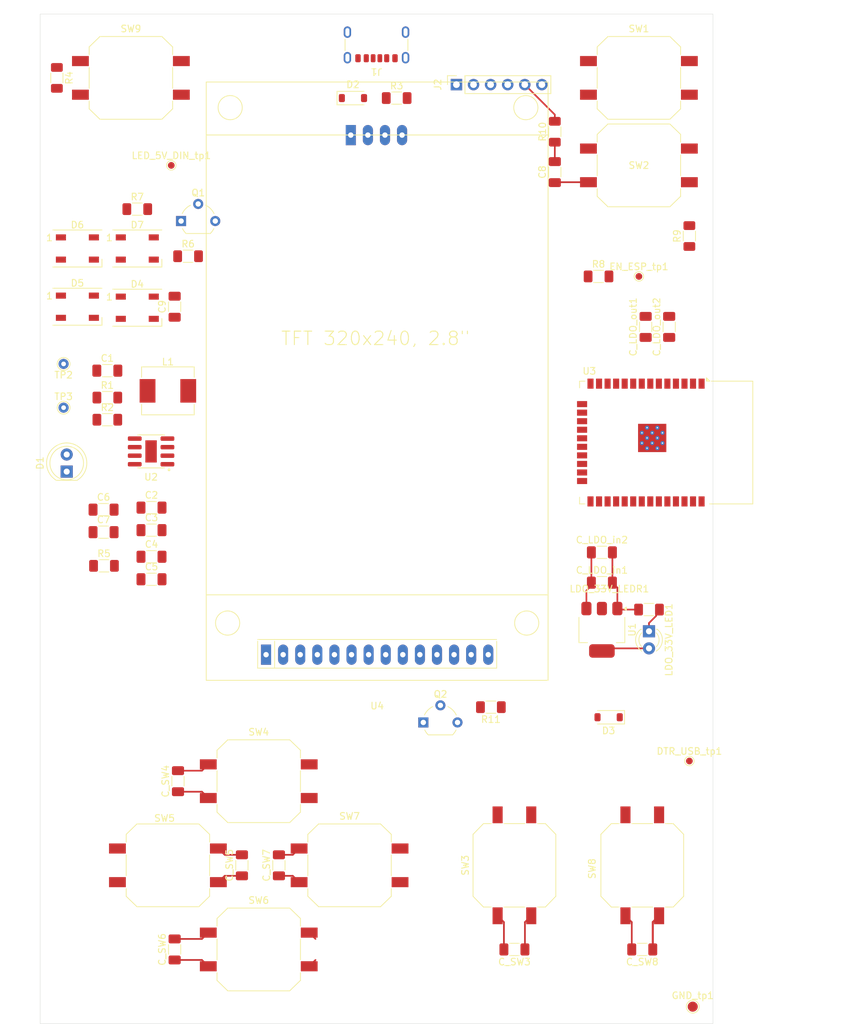
<source format=kicad_pcb>
(kicad_pcb (version 20241229) (generator "pcbnew") (generator_version "9.0")
  (layers (0 "F.Cu" signal) (2 "B.Cu" signal) (13 "F.Paste" user) (15 "B.Paste" user) (5 "F.SilkS" user "F.Silkscreen") (7 "B.SilkS" user "B.Silkscreen") (1 "F.Mask" user) (3 "B.Mask" user) (25 "Edge.Cuts" user))
  (net 0 "")
  (net 1 "DTR_BL")
  (net 2 "EN_ESP")
  (net 3 "Net-(C1-Pad1)")
  (net 4 "Bat-")
  (net 5 "3_3V_AMSVO")
  (net 6 "5V_USB_BL")
  (net 7 "Net-(D2-A)")
  (net 8 "5V_USB_C")
  (net 9 "Net-(D3-A)")
  (net 10 "Net-(D4-DOUT)")
  (net 11 "Net-(D4-DIN)")
  (net 12 "GPIO0")
  (net 13 "RXD_USB")
  (net 14 "TXD_USB")
  (net 15 "3.3V_USB")
  (net 16 "Net-(D5-DOUT)")
  (net 17 "Net-(LDO_33V_LED1-K)")
  (net 18 "Net-(Q1-C)")
  (net 19 "Net-(Q1-B)")
  (net 20 "Bat+")
  (net 21 "IC_LED_DIN")
  (net 22 "IO34_B")
  (net 23 "Net-(D6-DOUT)")
  (net 25 "Net-(J1-CC1)")
  (net 26 "IO35_B")
  (net 27 "Net-(R4-Pad1)")
  (net 28 "Net-(U2-SW)")
  (net 29 "Net-(U2-BAT)")
  (net 30 "Net-(U2-LED2)")
  (net 31 "Net-(U2-KEY)")
  (net 32 "Net-(Q2-B)")
  (net 34 "D_LED")
  (net 35 "DLED_PWM")
  (net 37 "SPI_SCK")
  (net 39 "IO32_B")
  (net 40 "SPI_CS_T")
  (net 44 "IO33_B")
  (net 48 "T_IRQ")
  (net 49 "SPI_CS_SD")
  (net 52 "SPI_MOSI")
  (net 53 "D_DC")
  (net 54 "D_RST")
  (net 57 "Net-(C8-Pad2)")
  (net 58 "IO27_B")
  (net 59 "SPI_MISO")
  (net 60 "SPI_CS_D")
  (net 61 "IO14_B")
  (net 62 "Net-(D1-A)")
  (footprint "Capacitor_SMD:C_1206_3216Metric_Pad1.33x1.80mm_HandSolder" (layer "F.Cu") (at 66.5525 98.33)
    (property "Reference" "C2" (at 0 -1.85 0) (layer "F.SilkS"))
    (property "Value" "10u")
    (pad "1" smd roundrect (at -1.5625 0) (size 1.325 1.8) (layers "F.Cu" "F.Mask" "F.Paste") (roundrect_rratio 0.188679) (net 8 "5V_USB_C"))
    (pad "2" smd roundrect (at 1.5625 0) (size 1.325 1.8) (layers "F.Cu" "F.Mask" "F.Paste") (roundrect_rratio 0.188679) (net 4 "Bat-"))
  )
  (footprint "TestPoint:TestPoint_Pad_D1.0mm" (layer "F.Cu") (at 138.99 63.98)
    (property "Reference" "EN_ESP_tp1" (at 0 -1.448 0) (layer "F.SilkS"))
    (property "Value" "TestPoint")
    (pad "1" smd circle (at 0 0) (size 1 1) (layers "F.Cu" "F.Mask") (net 2 "EN_ESP"))
  )
  (footprint "Capacitor_SMD:C_1206_3216Metric_Pad1.33x1.80mm_HandSolder" (layer "F.Cu") (at 133.49 104.98)
    (property "Reference" "C_LDO_in2" (at 0 -1.85 0) (layer "F.SilkS"))
    (property "Value" "10uF")
    (pad "1" smd roundrect (at -1.5625 0) (size 1.325 1.8) (layers "F.Cu" "F.Mask" "F.Paste") (roundrect_rratio 0.188679) (net 6 "5V_USB_BL"))
    (pad "2" smd roundrect (at 1.5625 0) (size 1.325 1.8) (layers "F.Cu" "F.Mask" "F.Paste") (roundrect_rratio 0.188679) (net 4 "Bat-"))
  )
  (footprint "Library:SW_Push_12x12_aliexpress" (layer "F.Cu") (at 139.49 151.48 90)
    (property "Reference" "SW8" (at -0.5 -7.45 90) (layer "F.SilkS"))
    (property "Value" "SW_MEC_5E")
    (pad "1" smd rect (at -7.5 -2.5 90) (size 2.5 1.5) (layers "F.Cu" "F.Mask" "F.Paste") (net 61 "IO14_B"))
    (pad "2" smd rect (at 7.5 -2.5 90) (size 2.5 1.5) (layers "F.Cu" "F.Mask" "F.Paste") (net 61 "IO14_B"))
    (pad "3" smd rect (at -7.5 2.5 90) (size 2.5 1.5) (layers "F.Cu" "F.Mask" "F.Paste") (net 4 "Bat-"))
    (pad "4" smd rect (at 7.5 2.5 90) (size 2.5 1.5) (layers "F.Cu" "F.Mask" "F.Paste") (net 4 "Bat-"))
  )
  (footprint "Diode_SMD:D_SOD-123" (layer "F.Cu") (at 96.49 37.48)
    (property "Reference" "D2" (at 0 -2 0) (layer "F.SilkS"))
    (property "Value" "1N5819WS")
    (pad "1" smd roundrect (at -1.65 0) (size 0.9 1.2) (layers "F.Cu" "F.Mask" "F.Paste") (net 8 "5V_USB_C"))
    (pad "2" smd roundrect (at 1.65 0) (size 0.9 1.2) (layers "F.Cu" "F.Mask" "F.Paste") (net 7 "Net-(D2-A)"))
  )
  (footprint "LED_SMD:LED_WS2812B_PLCC4_5.0x5.0mm_P3.2mm" (layer "F.Cu") (at 64.44 68.63)
    (property "Reference" "D4" (at 0 -3.5 0) (layer "F.SilkS"))
    (property "Value" "WS2812B")
    (fp_text user "1" (at -4.15 -1.6 0) (layer "F.SilkS"))
    (pad "1" smd rect (at -2.45 -1.65) (size 1.5 0.9) (layers "F.Cu" "F.Mask" "F.Paste") (net 6 "5V_USB_BL"))
    (pad "2" smd rect (at -2.45 1.65) (size 1.5 0.9) (layers "F.Cu" "F.Mask" "F.Paste") (net 10 "Net-(D4-DOUT)"))
    (pad "3" smd rect (at 2.45 1.65) (size 1.5 0.9) (layers "F.Cu" "F.Mask" "F.Paste") (net 4 "Bat-"))
    (pad "4" smd rect (at 2.45 -1.65) (size 1.5 0.9) (layers "F.Cu" "F.Mask" "F.Paste") (net 11 "Net-(D4-DIN)"))
  )
  (footprint "Library:SW_Push_12x12_aliexpress" (layer "F.Cu") (at 68.99 151.48)
    (property "Reference" "SW5" (at -0.5 -7 0) (layer "F.SilkS"))
    (property "Value" "SW_MEC_5E")
    (pad "1" smd rect (at -7.5 -2.5) (size 2.5 1.5) (layers "F.Cu" "F.Mask" "F.Paste") (net 58 "IO27_B"))
    (pad "2" smd rect (at 7.5 -2.5) (size 2.5 1.5) (layers "F.Cu" "F.Mask" "F.Paste") (net 58 "IO27_B"))
    (pad "3" smd rect (at -7.5 2.5) (size 2.5 1.5) (layers "F.Cu" "F.Mask" "F.Paste") (net 4 "Bat-"))
    (pad "4" smd rect (at 7.5 2.5) (size 2.5 1.5) (layers "F.Cu" "F.Mask" "F.Paste") (net 4 "Bat-"))
  )
  (footprint "Capacitor_SMD:C_1206_3216Metric_Pad1.33x1.80mm_HandSolder" (layer "F.Cu") (at 139.49 163.98 180)
    (property "Reference" "C_SW8" (at 0 -1.85 0) (layer "F.SilkS"))
    (property "Value" "100n")
    (pad "1" smd roundrect (at -1.5625 0 180) (size 1.325 1.8) (layers "F.Cu" "F.Mask" "F.Paste") (roundrect_rratio 0.188679) (net 4 "Bat-"))
    (pad "2" smd roundrect (at 1.5625 0 180) (size 1.325 1.8) (layers "F.Cu" "F.Mask" "F.Paste") (roundrect_rratio 0.188679) (net 61 "IO14_B"))
  )
  (footprint "Capacitor_SMD:C_1206_3216Metric_Pad1.33x1.80mm_HandSolder" (layer "F.Cu") (at 126.49 48.48 90)
    (property "Reference" "C8" (at 0 -1.85 90) (layer "F.SilkS"))
    (property "Value" "100nF")
    (pad "1" smd roundrect (at -1.5625 0 90) (size 1.325 1.8) (layers "F.Cu" "F.Mask" "F.Paste") (roundrect_rratio 0.188679) (net 2 "EN_ESP"))
    (pad "2" smd roundrect (at 1.5625 0 90) (size 1.325 1.8) (layers "F.Cu" "F.Mask" "F.Paste") (roundrect_rratio 0.188679) (net 57 "Net-(C8-Pad2)"))
  )
  (footprint "Capacitor_SMD:C_1206_3216Metric_Pad1.33x1.80mm_HandSolder" (layer "F.Cu") (at 66.5525 101.68)
    (property "Reference" "C3" (at 0 -1.85 0) (layer "F.SilkS"))
    (property "Value" "22u")
    (pad "1" smd roundrect (at -1.5625 0) (size 1.325 1.8) (layers "F.Cu" "F.Mask" "F.Paste") (roundrect_rratio 0.188679) (net 4 "Bat-"))
    (pad "2" smd roundrect (at 1.5625 0) (size 1.325 1.8) (layers "F.Cu" "F.Mask" "F.Paste") (roundrect_rratio 0.188679) (net 9 "Net-(D3-A)"))
  )
  (footprint "Capacitor_SMD:C_1206_3216Metric_Pad1.33x1.80mm_HandSolder" (layer "F.Cu") (at 69.99 163.98 90)
    (property "Reference" "C_SW6" (at 0 -1.85 90) (layer "F.SilkS"))
    (property "Value" "100n")
    (pad "1" smd roundrect (at -1.5625 0 90) (size 1.325 1.8) (layers "F.Cu" "F.Mask" "F.Paste") (roundrect_rratio 0.188679) (net 4 "Bat-"))
    (pad "2" smd roundrect (at 1.5625 0 90) (size 1.325 1.8) (layers "F.Cu" "F.Mask" "F.Paste") (roundrect_rratio 0.188679) (net 22 "IO34_B"))
  )
  (footprint "Capacitor_SMD:C_1206_3216Metric_Pad1.33x1.80mm_HandSolder" (layer "F.Cu") (at 85.49 151.48 90)
    (property "Reference" "C_SW7" (at 0 -1.85 90) (layer "F.SilkS"))
    (property "Value" "100n")
    (pad "1" smd roundrect (at -1.5625 0 90) (size 1.325 1.8) (layers "F.Cu" "F.Mask" "F.Paste") (roundrect_rratio 0.188679) (net 4 "Bat-"))
    (pad "2" smd roundrect (at 1.5625 0 90) (size 1.325 1.8) (layers "F.Cu" "F.Mask" "F.Paste") (roundrect_rratio 0.188679) (net 26 "IO35_B"))
  )
  (footprint "Capacitor_SMD:C_1206_3216Metric_Pad1.33x1.80mm_HandSolder" (layer "F.Cu") (at 66.5525 105.63)
    (property "Reference" "C4" (at 0 -1.85 0) (layer "F.SilkS"))
    (property "Value" "22u")
    (pad "1" smd roundrect (at -1.5625 0) (size 1.325 1.8) (layers "F.Cu" "F.Mask" "F.Paste") (roundrect_rratio 0.188679) (net 29 "Net-(U2-BAT)"))
    (pad "2" smd roundrect (at 1.5625 0) (size 1.325 1.8) (layers "F.Cu" "F.Mask" "F.Paste") (roundrect_rratio 0.188679) (net 4 "Bat-"))
  )
  (footprint "Capacitor_SMD:C_1206_3216Metric_Pad1.33x1.80mm_HandSolder" (layer "F.Cu") (at 143.49 71.48 90)
    (property "Reference" "C_LDO_out2" (at 0 -1.85 90) (layer "F.SilkS"))
    (property "Value" "100nF")
    (pad "1" smd roundrect (at -1.5625 0 90) (size 1.325 1.8) (layers "F.Cu" "F.Mask" "F.Paste") (roundrect_rratio 0.188679) (net 5 "3_3V_AMSVO"))
    (pad "2" smd roundrect (at 1.5625 0 90) (size 1.325 1.8) (layers "F.Cu" "F.Mask" "F.Paste") (roundrect_rratio 0.188679) (net 4 "Bat-"))
  )
  (footprint "Library:SW_Push_12x12_aliexpress" (layer "F.Cu") (at 120.49 151.48 90)
    (property "Reference" "SW3" (at 0 -7.3 90) (layer "F.SilkS"))
    (property "Value" "SW_MEC_5E")
    (pad "1" smd rect (at -7.5 -2.5 90) (size 2.5 1.5) (layers "F.Cu" "F.Mask" "F.Paste") (net 39 "IO32_B"))
    (pad "2" smd rect (at 7.5 -2.5 90) (size 2.5 1.5) (layers "F.Cu" "F.Mask" "F.Paste") (net 39 "IO32_B"))
    (pad "3" smd rect (at -7.5 2.5 90) (size 2.5 1.5) (layers "F.Cu" "F.Mask" "F.Paste") (net 4 "Bat-"))
    (pad "4" smd rect (at 7.5 2.5 90) (size 2.5 1.5) (layers "F.Cu" "F.Mask" "F.Paste") (net 4 "Bat-"))
  )
  (footprint "Capacitor_SMD:C_1206_3216Metric_Pad1.33x1.80mm_HandSolder" (layer "F.Cu") (at 139.99 71.48 90)
    (property "Reference" "C_LDO_out1" (at 0 -1.85 90) (layer "F.SilkS"))
    (property "Value" "10uF")
    (pad "1" smd roundrect (at -1.5625 0 90) (size 1.325 1.8) (layers "F.Cu" "F.Mask" "F.Paste") (roundrect_rratio 0.188679) (net 5 "3_3V_AMSVO"))
    (pad "2" smd roundrect (at 1.5625 0 90) (size 1.325 1.8) (layers "F.Cu" "F.Mask" "F.Paste") (roundrect_rratio 0.188679) (net 4 "Bat-"))
  )
  (footprint "Capacitor_SMD:C_1206_3216Metric_Pad1.33x1.80mm_HandSolder" (layer "F.Cu") (at 70.49 138.98 90)
    (property "Reference" "C_SW4" (at 0 -1.85 90) (layer "F.SilkS"))
    (property "Value" "100n")
    (pad "1" smd roundrect (at -1.5625 0 90) (size 1.325 1.8) (layers "F.Cu" "F.Mask" "F.Paste") (roundrect_rratio 0.188679) (net 4 "Bat-"))
    (pad "2" smd roundrect (at 1.5625 0 90) (size 1.325 1.8) (layers "F.Cu" "F.Mask" "F.Paste") (roundrect_rratio 0.188679) (net 44 "IO33_B"))
  )
  (footprint "Connector_USB:USB_C_Receptacle_GCT_USB4125-xx-x-0190_6P_TopMnt_Horizontal" (layer "F.Cu") (at 99.99 28.48 180)
    (property "Reference" "J1" (at 0 -5.1 180) (layer "F.SilkS"))
    (property "Value" "USB_C_Receptacle_PowerOnly_6P")
    (pad "A5" smd roundrect (at -0.5 -3.08 180) (size 0.7 1.2) (layers "F.Cu" "F.Mask" "F.Paste") (net 25 "Net-(J1-CC1)"))
    (pad "A9" smd roundrect (at 1.52 -3.08) (size 0.76 1.2) (layers "F.Cu" "F.Mask" "F.Paste") (net 7 "Net-(D2-A)"))
    (pad "A12" smd roundrect (at 2.75 -3.08) (size 0.8 1.2) (layers "F.Cu" "F.Mask" "F.Paste") (net 4 "Bat-"))
    (pad "B5" smd roundrect (at 0.5 -3.08) (size 0.7 1.2) (layers "F.Cu" "F.Mask" "F.Paste") (net 25 "Net-(J1-CC1)"))
    (pad "B9" smd roundrect (at -1.52 -3.08 180) (size 0.76 1.2) (layers "F.Cu" "F.Mask" "F.Paste") (net 7 "Net-(D2-A)"))
    (pad "B12" smd roundrect (at -2.75 -3.08 180) (size 0.8 1.2) (layers "F.Cu" "F.Mask" "F.Paste") (net 4 "Bat-"))
    (pad "S1" thru_hole oval (at -4.32 -3 180) (size 1.1 1.7) (drill oval 0.6 1.2) (layers "*.Cu" "*.Mask" "F.Paste") (net 4 "Bat-"))
    (pad "S1" thru_hole oval (at -4.32 0.8 180) (size 1.1 1.7) (drill oval 0.6 1.2) (layers "*.Cu" "*.Mask" "F.Paste") (net 4 "Bat-"))
    (pad "S1" thru_hole oval (at 4.32 -3 180) (size 1.1 1.7) (drill oval 0.6 1.2) (layers "*.Cu" "*.Mask" "F.Paste") (net 4 "Bat-"))
    (pad "S1" thru_hole oval (at 4.32 0.8 180) (size 1.1 1.7) (drill oval 0.6 1.2) (layers "*.Cu" "*.Mask" "F.Paste") (net 4 "Bat-"))
  )
  (footprint "Resistor_SMD:R_1206_3216Metric_Pad1.30x1.75mm_HandSolder" (layer "F.Cu") (at 71.99 60.98)
    (property "Reference" "R6" (at 0 -1.82 0) (layer "F.SilkS"))
    (property "Value" "1k")
    (pad "1" smd roundrect (at -1.55 0) (size 1.3 1.75) (layers "F.Cu" "F.Mask" "F.Paste") (roundrect_rratio 0.192308) (net 21 "IC_LED_DIN"))
    (pad "2" smd roundrect (at 1.55 0) (size 1.3 1.75) (layers "F.Cu" "F.Mask" "F.Paste") (roundrect_rratio 0.192308) (net 19 "Net-(Q1-B)"))
  )
  (footprint "Library:SW_Push_12x12_aliexpress" (layer "F.Cu") (at 82.49 138.98)
    (property "Reference" "SW4" (at 0 -7.3 0) (layer "F.SilkS"))
    (property "Value" "SW_MEC_5E")
    (pad "1" smd rect (at -7.5 -2.5) (size 2.5 1.5) (layers "F.Cu" "F.Mask" "F.Paste") (net 44 "IO33_B"))
    (pad "2" smd rect (at 7.5 -2.5) (size 2.5 1.5) (layers "F.Cu" "F.Mask" "F.Paste") (net 44 "IO33_B"))
    (pad "3" smd rect (at -7.5 2.5) (size 2.5 1.5) (layers "F.Cu" "F.Mask" "F.Paste") (net 4 "Bat-"))
    (pad "4" smd rect (at 7.5 2.5) (size 2.5 1.5) (layers "F.Cu" "F.Mask" "F.Paste") (net 4 "Bat-"))
  )
  (footprint "LED_SMD:LED_WS2812B_PLCC4_5.0x5.0mm_P3.2mm" (layer "F.Cu") (at 64.44 59.83)
    (property "Reference" "D7" (at 0 -3.5 0) (layer "F.SilkS"))
    (property "Value" "WS2812B")
    (fp_text user "1" (at -4.15 -1.6 0) (layer "F.SilkS"))
    (pad "1" smd rect (at -2.45 -1.65) (size 1.5 0.9) (layers "F.Cu" "F.Mask" "F.Paste") (net 6 "5V_USB_BL"))
    (pad "2" smd rect (at -2.45 1.65) (size 1.5 0.9) (layers "F.Cu" "F.Mask" "F.Paste"))
    (pad "3" smd rect (at 2.45 1.65) (size 1.5 0.9) (layers "F.Cu" "F.Mask" "F.Paste") (net 4 "Bat-"))
    (pad "4" smd rect (at 2.45 -1.65) (size 1.5 0.9) (layers "F.Cu" "F.Mask" "F.Paste") (net 23 "Net-(D6-DOUT)"))
  )
  (footprint "TestPoint:TestPoint_Pad_D1.5mm" (layer "F.Cu") (at 146.99 172.48)
    (property "Reference" "GND_tp1" (at 0 -1.648 0) (layer "F.SilkS"))
    (property "Value" "TestPoint")
    (pad "1" smd circle (at 0 0) (size 1.5 1.5) (layers "F.Cu" "F.Mask") (net 4 "Bat-"))
  )
  (footprint "Resistor_SMD:R_1206_3216Metric_Pad1.30x1.75mm_HandSolder" (layer "F.Cu") (at 146.49 57.98 90)
    (property "Reference" "R9" (at 0 -1.82 90) (layer "F.SilkS"))
    (property "Value" "10k")
    (pad "1" smd roundrect (at -1.55 0 90) (size 1.3 1.75) (layers "F.Cu" "F.Mask" "F.Paste") (roundrect_rratio 0.192308) (net 5 "3_3V_AMSVO"))
    (pad "2" smd roundrect (at 1.55 0 90) (size 1.3 1.75) (layers "F.Cu" "F.Mask" "F.Paste") (roundrect_rratio 0.192308) (net 2 "EN_ESP"))
  )
  (footprint "Library:SW_Push_12x12_aliexpress" (layer "F.Cu") (at 138.99 34.48)
    (property "Reference" "SW1" (at 0 -7.3 0) (layer "F.SilkS"))
    (property "Value" "SW_MEC_5E")
    (pad "1" smd rect (at -7.5 -2.5) (size 2.5 1.5) (layers "F.Cu" "F.Mask" "F.Paste") (net 4 "Bat-"))
    (pad "2" smd rect (at 7.5 -2.5) (size 2.5 1.5) (layers "F.Cu" "F.Mask" "F.Paste") (net 4 "Bat-"))
    (pad "3" smd rect (at -7.5 2.5) (size 2.5 1.5) (layers "F.Cu" "F.Mask" "F.Paste") (net 12 "GPIO0"))
    (pad "4" smd rect (at 7.5 2.5) (size 2.5 1.5) (layers "F.Cu" "F.Mask" "F.Paste") (net 12 "GPIO0"))
  )
  (footprint "TestPoint:TestPoint_THTPad_D1.5mm_Drill0.7mm" (layer "F.Cu") (at 53.49 76.98 180)
    (property "Reference" "TP2" (at 0 -1.648 180) (layer "F.SilkS"))
    (property "Value" "Battery-")
    (pad "1" thru_hole circle (at 0 0 180) (size 1.5 1.5) (drill 0.7) (layers "*.Cu" "*.Mask") (net 4 "Bat-"))
  )
  (footprint "components_lib:TFT ILI9341" (layer "F.Cu") (at 100.09 120.18)
    (property "Reference" "U4" (at 0 7.62 0) (layer "F.SilkS"))
    (property "Value" "~")
    (fp_text user "TFT 320x240, 2.8\"" (at -0.254 -46.99 0) (layer "F.SilkS") (effects (font (size 2 2))))
    (pad "1" thru_hole rect (at -16.51 0) (size 1.5 3) (drill 0.8) (layers "*.Cu" "*.Mask") (net 5 "3_3V_AMSVO"))
    (pad "2" thru_hole oval (at -13.97 0) (size 1.5 3) (drill 0.8) (layers "*.Cu" "*.Mask") (net 4 "Bat-"))
    (pad "3" thru_hole oval (at -11.43 0) (size 1.5 3) (drill 0.8) (layers "*.Cu" "*.Mask") (net 60 "SPI_CS_D"))
    (pad "4" thru_hole oval (at -8.89 0) (size 1.5 3) (drill 0.8) (layers "*.Cu" "*.Mask") (net 54 "D_RST"))
    (pad "5" thru_hole oval (at -6.35 0) (size 1.5 3) (drill 0.8) (layers "*.Cu" "*.Mask") (net 53 "D_DC"))
    (pad "6" thru_hole oval (at -3.81 0) (size 1.5 3) (drill 0.8) (layers "*.Cu" "*.Mask") (net 52 "SPI_MOSI"))
    (pad "7" thru_hole oval (at -1.27 0) (size 1.5 3) (drill 0.8) (layers "*.Cu" "*.Mask") (net 37 "SPI_SCK"))
    (pad "8" thru_hole oval (at 1.27 0) (size 1.5 3) (drill 0.8) (layers "*.Cu" "*.Mask") (net 34 "D_LED"))
    (pad "9" thru_hole oval (at 3.81 0) (size 1.5 3) (drill 0.8) (layers "*.Cu" "*.Mask") (net 59 "SPI_MISO"))
    (pad "10" thru_hole oval (at 6.35 0) (size 1.5 3) (drill 0.8) (layers "*.Cu" "*.Mask") (net 37 "SPI_SCK"))
    (pad "11" thru_hole oval (at 8.89 0) (size 1.5 3) (drill 0.8) (layers "*.Cu" "*.Mask") (net 40 "SPI_CS_T"))
    (pad "12" thru_hole oval (at 11.43 0) (size 1.5 3) (drill 0.8) (layers "*.Cu" "*.Mask") (net 52 "SPI_MOSI"))
    (pad "13" thru_hole oval (at 13.97 0) (size 1.5 3) (drill 0.8) (layers "*.Cu" "*.Mask") (net 59 "SPI_MISO"))
    (pad "14" thru_hole oval (at 16.51 0) (size 1.5 3) (drill 0.8) (layers "*.Cu" "*.Mask") (net 48 "T_IRQ"))
    (pad "15" thru_hole rect (at -3.92 -77.2) (size 1.5 3) (drill 0.8) (layers "*.Cu" "*.Mask") (net 49 "SPI_CS_SD"))
    (pad "16" thru_hole oval (at -1.38 -77.2) (size 1.5 3) (drill 0.8) (layers "*.Cu" "*.Mask") (net 52 "SPI_MOSI"))
    (pad "17" thru_hole oval (at 1.16 -77.2) (size 1.5 3) (drill 0.8) (layers "*.Cu" "*.Mask") (net 59 "SPI_MISO"))
    (pad "18" thru_hole oval (at 3.7 -77.2) (size 1.5 3) (drill 0.8) (layers "*.Cu" "*.Mask") (net 37 "SPI_SCK"))
  )
  (footprint "RF_Module:ESP32-WROOM-32" (layer "F.Cu") (at 140.055 88.66 -90)
    (property "Reference" "U3" (at -10.61 8.43 0) (layer "F.SilkS"))
    (property "Value" "ESP32-WROOM-32")
    (pad "1" smd rect (at -8.75 -8.25 270) (size 1.5 0.9) (layers "F.Cu" "F.Mask" "F.Paste") (net 4 "Bat-"))
    (pad "2" smd rect (at -8.75 -6.98 270) (size 1.5 0.9) (layers "F.Cu" "F.Mask" "F.Paste") (net 5 "3_3V_AMSVO"))
    (pad "3" smd rect (at -8.75 -5.71 270) (size 1.5 0.9) (layers "F.Cu" "F.Mask" "F.Paste") (net 2 "EN_ESP"))
    (pad "4" smd rect (at -8.75 -4.44 270) (size 1.5 0.9) (layers "F.Cu" "F.Mask" "F.Paste"))
    (pad "5" smd rect (at -8.75 -3.17 270) (size 1.5 0.9) (layers "F.Cu" "F.Mask" "F.Paste"))
    (pad "6" smd rect (at -8.75 -1.9 270) (size 1.5 0.9) (layers "F.Cu" "F.Mask" "F.Paste") (net 22 "IO34_B"))
    (pad "7" smd rect (at -8.75 -0.63 270) (size 1.5 0.9) (layers "F.Cu" "F.Mask" "F.Paste") (net 26 "IO35_B"))
    (pad "8" smd rect (at -8.75 0.64 270) (size 1.5 0.9) (layers "F.Cu" "F.Mask" "F.Paste") (net 39 "IO32_B"))
    (pad "9" smd rect (at -8.75 1.91 270) (size 1.5 0.9) (layers "F.Cu" "F.Mask" "F.Paste") (net 44 "IO33_B"))
    (pad "10" smd rect (at -8.75 3.18 270) (size 1.5 0.9) (layers "F.Cu" "F.Mask" "F.Paste") (net 49 "SPI_CS_SD"))
    (pad "11" smd rect (at -8.75 4.45 270) (size 1.5 0.9) (layers "F.Cu" "F.Mask" "F.Paste") (net 21 "IC_LED_DIN"))
    (pad "12" smd rect (at -8.75 5.72 270) (size 1.5 0.9) (layers "F.Cu" "F.Mask" "F.Paste") (net 58 "IO27_B"))
    (pad "13" smd rect (at -8.75 6.99 270) (size 1.5 0.9) (layers "F.Cu" "F.Mask" "F.Paste") (net 61 "IO14_B"))
    (pad "14" smd rect (at -8.75 8.26 270) (size 1.5 0.9) (layers "F.Cu" "F.Mask" "F.Paste"))
    (pad "15" smd rect (at -5.71 9.51) (size 1.5 0.9) (layers "F.Cu" "F.Mask" "F.Paste") (net 4 "Bat-"))
    (pad "16" smd rect (at -4.44 9.51) (size 1.5 0.9) (layers "F.Cu" "F.Mask" "F.Paste") (net 48 "T_IRQ"))
    (pad "17" smd rect (at -3.17 9.51) (size 1.5 0.9) (layers "F.Cu" "F.Mask" "F.Paste"))
    (pad "18" smd rect (at -1.9 9.51) (size 1.5 0.9) (layers "F.Cu" "F.Mask" "F.Paste"))
    (pad "19" smd rect (at -0.63 9.51) (size 1.5 0.9) (layers "F.Cu" "F.Mask" "F.Paste"))
    (pad "20" smd rect (at 0.64 9.51) (size 1.5 0.9) (layers "F.Cu" "F.Mask" "F.Paste"))
    (pad "21" smd rect (at 1.91 9.51) (size 1.5 0.9) (layers "F.Cu" "F.Mask" "F.Paste"))
    (pad "22" smd rect (at 3.18 9.51) (size 1.5 0.9) (layers "F.Cu" "F.Mask" "F.Paste"))
    (pad "23" smd rect (at 4.45 9.51) (size 1.5 0.9) (layers "F.Cu" "F.Mask" "F.Paste"))
    (pad "24" smd rect (at 5.72 9.51) (size 1.5 0.9) (layers "F.Cu" "F.Mask" "F.Paste"))
    (pad "25" smd rect (at 8.75 8.26 270) (size 1.5 0.9) (layers "F.Cu" "F.Mask" "F.Paste") (net 12 "GPIO0"))
    (pad "26" smd rect (at 8.75 6.99 270) (size 1.5 0.9) (layers "F.Cu" "F.Mask" "F.Paste") (net 40 "SPI_CS_T"))
    (pad "27" smd rect (at 8.75 5.72 270) (size 1.5 0.9) (layers "F.Cu" "F.Mask" "F.Paste") (net 53 "D_DC"))
    (pad "28" smd rect (at 8.75 4.45 270) (size 1.5 0.9) (layers "F.Cu" "F.Mask" "F.Paste") (net 54 "D_RST"))
    (pad "29" smd rect (at 8.75 3.18 270) (size 1.5 0.9) (layers "F.Cu" "F.Mask" "F.Paste"))
    (pad "30" smd rect (at 8.75 1.91 270) (size 1.5 0.9) (layers "F.Cu" "F.Mask" "F.Paste") (net 37 "SPI_SCK"))
    (pad "31" smd rect (at 8.75 0.64 270) (size 1.5 0.9) (layers "F.Cu" "F.Mask" "F.Paste") (net 59 "SPI_MISO"))
    (pad "32" smd rect (at 8.75 -0.63 270) (size 1.5 0.9) (layers "F.Cu" "F.Mask" "F.Paste"))
    (pad "33" smd rect (at 8.75 -1.9 270) (size 1.5 0.9) (layers "F.Cu" "F.Mask" "F.Paste") (net 60 "SPI_CS_D"))
    (pad "34" smd rect (at 8.75 -3.17 270) (size 1.5 0.9) (layers "F.Cu" "F.Mask" "F.Paste") (net 14 "TXD_USB"))
    (pad "35" smd rect (at 8.75 -4.44 270) (size 1.5 0.9) (layers "F.Cu" "F.Mask" "F.Paste") (net 13 "RXD_USB"))
    (pad "36" smd rect (at 8.75 -5.71 270) (size 1.5 0.9) (layers "F.Cu" "F.Mask" "F.Paste") (net 35 "DLED_PWM"))
    (pad "37" smd rect (at 8.75 -6.98 270) (size 1.5 0.9) (layers "F.Cu" "F.Mask" "F.Paste") (net 52 "SPI_MOSI"))
    (pad "38" smd rect (at 8.75 -8.25 270) (size 1.5 0.9) (layers "F.Cu" "F.Mask" "F.Paste") (net 4 "Bat-"))
    (pad "39" smd rect (at -2.205 -2.435 270) (size 1.05 1.05) (layers "F.Cu" "F.Paste") (net 4 "Bat-"))
    (pad "39" thru_hole circle (at -2.205 -1.6725 270) (size 0.6 0.6) (drill 0.2) (property pad_prop_heatsink) (layers "*.Cu" "F.Mask") (net 4 "Bat-"))
    (pad "39" smd rect (at -2.205 -0.91 270) (size 1.05 1.05) (layers "F.Cu" "F.Paste") (net 4 "Bat-"))
    (pad "39" thru_hole circle (at -2.205 -0.1475 270) (size 0.6 0.6) (drill 0.2) (property pad_prop_heatsink) (layers "*.Cu" "F.Mask") (net 4 "Bat-"))
    (pad "39" smd rect (at -2.205 0.615 270) (size 1.05 1.05) (layers "F.Cu" "F.Paste") (net 4 "Bat-"))
    (pad "39" thru_hole circle (at -1.4425 -2.435 270) (size 0.6 0.6) (drill 0.2) (property pad_prop_heatsink) (layers "*.Cu" "F.Mask") (net 4 "Bat-"))
    (pad "39" thru_hole circle (at -1.4425 -0.91 270) (size 0.6 0.6) (drill 0.2) (property pad_prop_heatsink) (layers "*.Cu" "F.Mask") (net 4 "Bat-"))
    (pad "39" thru_hole circle (at -1.4425 0.615 270) (size 0.6 0.6) (drill 0.2) (property pad_prop_heatsink) (layers "*.Cu" "F.Mask") (net 4 "Bat-"))
    (pad "39" smd rect (at -0.68 -2.435 270) (size 1.05 1.05) (layers "F.Cu" "F.Paste") (net 4 "Bat-"))
    (pad "39" thru_hole circle (at -0.68 -1.6725 270) (size 0.6 0.6) (drill 0.2) (property pad_prop_heatsink) (layers "*.Cu" "F.Mask") (net 4 "Bat-"))
    (pad "39" smd rect (at -0.68 -0.91 270) (size 1.05 1.05) (layers "F.Cu" "F.Paste") (net 4 "Bat-"))
    (pad "39" smd rect (at -0.68 -0.91 270) (size 4.2 4.2) (layers "F.Cu" "F.Mask") (net 4 "Bat-"))
    (pad "39" thru_hole circle (at -0.68 -0.1475 270) (size 0.6 0.6) (drill 0.2) (property pad_prop_heatsink) (layers "*.Cu" "F.Mask") (net 4 "Bat-"))
    (pad "39" smd rect (at -0.68 0.615 270) (size 1.05 1.05) (layers "F.Cu" "F.Paste") (net 4 "Bat-"))
    (pad "39" thru_hole circle (at 0.0825 -2.435 270) (size 0.6 0.6) (drill 0.2) (property pad_prop_heatsink) (layers "*.Cu" "F.Mask") (net 4 "Bat-"))
    (pad "39" thru_hole circle (at 0.0825 -0.91 270) (size 0.6 0.6) (drill 0.2) (property pad_prop_heatsink) (layers "*.Cu" "F.Mask") (net 4 "Bat-"))
    (pad "39" thru_hole circle (at 0.0825 0.615 270) (size 0.6 0.6) (drill 0.2) (property pad_prop_heatsink) (layers "*.Cu" "F.Mask") (net 4 "Bat-"))
    (pad "39" smd rect (at 0.845 -2.435 270) (size 1.05 1.05) (layers "F.Cu" "F.Paste") (net 4 "Bat-"))
    (pad "39" thru_hole circle (at 0.845 -1.6725 270) (size 0.6 0.6) (drill 0.2) (property pad_prop_heatsink) (layers "*.Cu" "F.Mask") (net 4 "Bat-"))
    (pad "39" smd rect (at 0.845 -0.91 270) (size 1.05 1.05) (layers "F.Cu" "F.Paste") (net 4 "Bat-"))
    (pad "39" thru_hole circle (at 0.845 -0.1475 270) (size 0.6 0.6) (drill 0.2) (property pad_prop_heatsink) (layers "*.Cu" "F.Mask") (net 4 "Bat-"))
    (pad "39" smd rect (at 0.845 0.615 270) (size 1.05 1.05) (layers "F.Cu" "F.Paste") (net 4 "Bat-"))
  )
  (footprint "Resistor_SMD:R_1206_3216Metric_Pad1.30x1.75mm_HandSolder" (layer "F.Cu") (at 59.99 81.98)
    (property "Reference" "R1" (at 0 -1.82 0) (layer "F.SilkS"))
    (property "Value" "2R")
    (pad "1" smd roundrect (at -1.55 0) (size 1.3 1.75) (layers "F.Cu" "F.Mask" "F.Paste") (roundrect_rratio 0.192308) (net 8 "5V_USB_C"))
    (pad "2" smd roundrect (at 1.55 0) (size 1.3 1.75) (layers "F.Cu" "F.Mask" "F.Paste") (roundrect_rratio 0.192308) (net 3 "Net-(C1-Pad1)"))
  )
  (footprint "Package_TO_SOT_THT:TO-92_Wide" (layer "F.Cu") (at 70.95 55.75)
    (property "Reference" "Q1" (at 2.55 -4.19 0) (layer "F.SilkS"))
    (property "Value" "2N3904")
    (pad "1" thru_hole rect (at 0 0) (size 1.5 1.5) (drill 0.8) (layers "*.Cu" "*.Mask") (net 4 "Bat-"))
    (pad "2" thru_hole circle (at 2.54 -2.54) (size 1.5 1.5) (drill 0.8) (layers "*.Cu" "*.Mask") (net 19 "Net-(Q1-B)"))
    (pad "3" thru_hole circle (at 5.08 0) (size 1.5 1.5) (drill 0.8) (layers "*.Cu" "*.Mask") (net 18 "Net-(Q1-C)"))
  )
  (footprint "Package_TO_SOT_THT:TO-92_Wide" (layer "F.Cu") (at 106.95 130.25)
    (property "Reference" "Q2" (at 2.55 -4.19 0) (layer "F.SilkS"))
    (property "Value" "2N3904")
    (pad "1" thru_hole rect (at 0 0) (size 1.5 1.5) (drill 0.8) (layers "*.Cu" "*.Mask") (net 34 "D_LED"))
    (pad "2" thru_hole circle (at 2.54 -2.54) (size 1.5 1.5) (drill 0.8) (layers "*.Cu" "*.Mask") (net 32 "Net-(Q2-B)"))
    (pad "3" thru_hole circle (at 5.08 0) (size 1.5 1.5) (drill 0.8) (layers "*.Cu" "*.Mask") (net 5 "3_3V_AMSVO"))
  )
  (footprint "Capacitor_SMD:C_1206_3216Metric_Pad1.33x1.80mm_HandSolder" (layer "F.Cu") (at 133.49 109.48)
    (property "Reference" "C_LDO_in1" (at 0 -1.85 0) (layer "F.SilkS"))
    (property "Value" "100nF")
    (pad "1" smd roundrect (at -1.5625 0) (size 1.325 1.8) (layers "F.Cu" "F.Mask" "F.Paste") (roundrect_rratio 0.188679) (net 6 "5V_USB_BL"))
    (pad "2" smd roundrect (at 1.5625 0) (size 1.325 1.8) (layers "F.Cu" "F.Mask" "F.Paste") (roundrect_rratio 0.188679) (net 4 "Bat-"))
  )
  (footprint "Capacitor_SMD:C_1206_3216Metric_Pad1.33x1.80mm_HandSolder" (layer "F.Cu") (at 79.99 151.48 90)
    (property "Reference" "C_SW5" (at 0 -1.85 90) (layer "F.SilkS"))
    (property "Value" "100n")
    (pad "1" smd roundrect (at -1.5625 0 90) (size 1.325 1.8) (layers "F.Cu" "F.Mask" "F.Paste") (roundrect_rratio 0.188679) (net 4 "Bat-"))
    (pad "2" smd roundrect (at 1.5625 0 90) (size 1.325 1.8) (layers "F.Cu" "F.Mask" "F.Paste") (roundrect_rratio 0.188679) (net 58 "IO27_B"))
  )
  (footprint "Resistor_SMD:R_1206_3216Metric_Pad1.30x1.75mm_HandSolder" (layer "F.Cu") (at 64.44 53.98)
    (property "Reference" "R7" (at 0 -1.82 0) (layer "F.SilkS"))
    (property "Value" "330")
    (pad "1" smd roundrect (at -1.55 0) (size 1.3 1.75) (layers "F.Cu" "F.Mask" "F.Paste") (roundrect_rratio 0.192308) (net 18 "Net-(Q1-C)"))
    (pad "2" smd roundrect (at 1.55 0) (size 1.3 1.75) (layers "F.Cu" "F.Mask" "F.Paste") (roundrect_rratio 0.192308) (net 11 "Net-(D4-DIN)"))
  )
  (footprint "LED_THT:LED_D5.0mm" (layer "F.Cu") (at 53.95 92.98 90)
    (property "Reference" "D1" (at 1.27 -3.96 90) (layer "F.SilkS"))
    (property "Value" "BLUE")
    (pad "1" thru_hole rect (at 0 0 90) (size 1.8 1.8) (drill 0.9) (layers "*.Cu" "*.Mask") (net 4 "Bat-"))
    (pad "2" thru_hole circle (at 2.54 0 90) (size 1.8 1.8) (drill 0.9) (layers "*.Cu" "*.Mask") (net 62 "Net-(D1-A)"))
  )
  (footprint "Library:SW_Push_12x12_aliexpress" (layer "F.Cu") (at 63.49 34.48)
    (property "Reference" "SW9" (at 0 -7.3 0) (layer "F.SilkS"))
    (property "Value" "SW_MEC_5E")
    (pad "1" smd rect (at -7.5 -2.5) (size 2.5 1.5) (layers "F.Cu" "F.Mask" "F.Paste") (net 27 "Net-(R4-Pad1)"))
    (pad "2" smd rect (at 7.5 -2.5) (size 2.5 1.5) (layers "F.Cu" "F.Mask" "F.Paste") (net 27 "Net-(R4-Pad1)"))
    (pad "3" smd rect (at -7.5 2.5) (size 2.5 1.5) (layers "F.Cu" "F.Mask" "F.Paste") (net 4 "Bat-"))
    (pad "4" smd rect (at 7.5 2.5) (size 2.5 1.5) (layers "F.Cu" "F.Mask" "F.Paste") (net 4 "Bat-"))
  )
  (footprint "Library:SW_Push_12x12_aliexpress" (layer "F.Cu") (at 138.99 47.48)
    (property "Reference" "SW2" (at 0 0 0) (layer "F.SilkS"))
    (property "Value" "SW_MEC_5E")
    (pad "1" smd rect (at -7.5 -2.5) (size 2.5 1.5) (layers "F.Cu" "F.Mask" "F.Paste") (net 4 "Bat-"))
    (pad "2" smd rect (at 7.5 -2.5) (size 2.5 1.5) (layers "F.Cu" "F.Mask" "F.Paste") (net 4 "Bat-"))
    (pad "3" smd rect (at -7.5 2.5) (size 2.5 1.5) (layers "F.Cu" "F.Mask" "F.Paste") (net 2 "EN_ESP"))
    (pad "4" smd rect (at 7.5 2.5) (size 2.5 1.5) (layers "F.Cu" "F.Mask" "F.Paste") (net 2 "EN_ESP"))
  )
  (footprint "Resistor_SMD:R_1206_3216Metric_Pad1.30x1.75mm_HandSolder" (layer "F.Cu") (at 126.49 42.48 90)
    (property "Reference" "R10" (at 0 -1.82 90) (layer "F.SilkS"))
    (property "Value" "0R")
    (pad "1" smd roundrect (at -1.55 0 90) (size 1.3 1.75) (layers "F.Cu" "F.Mask" "F.Paste") (roundrect_rratio 0.192308) (net 57 "Net-(C8-Pad2)"))
    (pad "2" smd roundrect (at 1.55 0 90) (size 1.3 1.75) (layers "F.Cu" "F.Mask" "F.Paste") (roundrect_rratio 0.192308) (net 1 "DTR_BL"))
  )
  (footprint "Capacitor_SMD:C_1206_3216Metric_Pad1.33x1.80mm_HandSolder" (layer "F.Cu") (at 69.99 68.48 90)
    (property "Reference" "C9" (at 0 -1.85 90) (layer "F.SilkS"))
    (property "Value" "100uF")
    (pad "1" smd roundrect (at -1.5625 0 90) (size 1.325 1.8) (layers "F.Cu" "F.Mask" "F.Paste") (roundrect_rratio 0.188679) (net 4 "Bat-"))
    (pad "2" smd roundrect (at 1.5625 0 90) (size 1.325 1.8) (layers "F.Cu" "F.Mask" "F.Paste") (roundrect_rratio 0.188679) (net 6 "5V_USB_BL"))
  )
  (footprint "TestPoint:TestPoint_THTPad_D1.5mm_Drill0.7mm" (layer "F.Cu") (at 53.49 83.48)
    (property "Reference" "TP3" (at 0 -1.648 0) (layer "F.SilkS"))
    (property "Value" "Battery+")
    (pad "1" thru_hole circle (at 0 0) (size 1.5 1.5) (drill 0.7) (layers "*.Cu" "*.Mask") (net 20 "Bat+"))
  )
  (footprint "Capacitor_SMD:C_1206_3216Metric_Pad1.33x1.80mm_HandSolder" (layer "F.Cu") (at 59.99 77.98)
    (property "Reference" "C1" (at 0 -1.85 0) (layer "F.SilkS"))
    (property "Value" "10u")
    (pad "1" smd roundrect (at -1.5625 0) (size 1.325 1.8) (layers "F.Cu" "F.Mask" "F.Paste") (roundrect_rratio 0.188679) (net 3 "Net-(C1-Pad1)"))
    (pad "2" smd roundrect (at 1.5625 0) (size 1.325 1.8) (layers "F.Cu" "F.Mask" "F.Paste") (roundrect_rratio 0.188679) (net 4 "Bat-"))
  )
  (footprint "Capacitor_SMD:C_1206_3216Metric_Pad1.33x1.80mm_HandSolder" (layer "F.Cu") (at 59.4275 101.98)
    (property "Reference" "C7" (at 0 -1.85 0) (layer "F.SilkS"))
    (property "Value" "22u")
    (pad "1" smd roundrect (at -1.5625 0) (size 1.325 1.8) (layers "F.Cu" "F.Mask" "F.Paste") (roundrect_rratio 0.188679) (net 20 "Bat+"))
    (pad "2" smd roundrect (at 1.5625 0) (size 1.325 1.8) (layers "F.Cu" "F.Mask" "F.Paste") (roundrect_rratio 0.188679) (net 4 "Bat-"))
  )
  (footprint "Library:SW_Push_12x12_aliexpress" (layer "F.Cu") (at 82.49 163.98)
    (property "Reference" "SW6" (at 0 -7.3 0) (layer "F.SilkS"))
    (property "Value" "SW_MEC_5E")
    (pad "1" smd rect (at -7.5 -2.5) (size 2.5 1.5) (layers "F.Cu" "F.Mask" "F.Paste") (net 22 "IO34_B"))
    (pad "2" smd rect (at 7.5 -2.5) (size 2.5 1.5) (layers "F.Cu" "F.Mask" "F.Paste") (net 22 "IO34_B"))
    (pad "3" smd rect (at -7.5 2.5) (size 2.5 1.5) (layers "F.Cu" "F.Mask" "F.Paste") (net 4 "Bat-"))
    (pad "4" smd rect (at 7.5 2.5) (size 2.5 1.5) (layers "F.Cu" "F.Mask" "F.Paste") (net 4 "Bat-"))
  )
  (footprint "Resistor_SMD:R_1206_3216Metric_Pad1.30x1.75mm_HandSolder" (layer "F.Cu") (at 140.49 113.48)
    (property "Reference" "LDO_33V_LEDR1" (at -5.89 -3.07 0) (layer "F.SilkS"))
    (property "Value" "200")
    (pad "1" smd roundrect (at -1.55 0) (size 1.3 1.75) (layers "F.Cu" "F.Mask" "F.Paste") (roundrect_rratio 0.192308) (net 17 "Net-(LDO_33V_LED1-K)"))
    (pad "2" smd roundrect (at 1.55 0) (size 1.3 1.75) (layers "F.Cu" "F.Mask" "F.Paste") (roundrect_rratio 0.192308) (net 4 "Bat-"))
  )
  (footprint "Capacitor_SMD:C_1206_3216Metric_Pad1.33x1.80mm_HandSolder" (layer "F.Cu") (at 66.5525 108.98)
    (property "Reference" "C5" (at 0 -1.85 0) (layer "F.SilkS"))
    (property "Value" "22u")
    (pad "1" smd roundrect (at -1.5625 0) (size 1.325 1.8) (layers "F.Cu" "F.Mask" "F.Paste") (roundrect_rratio 0.188679) (net 4 "Bat-"))
    (pad "2" smd roundrect (at 1.5625 0) (size 1.325 1.8) (layers "F.Cu" "F.Mask" "F.Paste") (roundrect_rratio 0.188679) (net 9 "Net-(D3-A)"))
  )
  (footprint "Package_TO_SOT_SMD:SOT-223-3_TabPin2" (layer "F.Cu") (at 133.49 116.48 -90)
    (property "Reference" "U1" (at 0 -4.5 90) (layer "F.SilkS"))
    (property "Value" "LD1117S33TR_SOT223")
    (pad "1" smd roundrect (at -3.15 -2.3 270) (size 2 1.5) (layers "F.Cu" "F.Mask" "F.Paste") (net 4 "Bat-"))
    (pad "2" smd roundrect (at -3.15 0 270) (size 2 1.5) (layers "F.Cu" "F.Mask" "F.Paste") (net 5 "3_3V_AMSVO"))
    (pad "2" smd roundrect (at 3.15 0 270) (size 2 3.8) (layers "F.Cu" "F.Mask" "F.Paste") (net 5 "3_3V_AMSVO"))
    (pad "3" smd roundrect (at -3.15 2.3 270) (size 2 1.5) (layers "F.Cu" "F.Mask" "F.Paste") (net 6 "5V_USB_BL"))
  )
  (footprint "Capacitor_SMD:C_1206_3216Metric_Pad1.33x1.80mm_HandSolder" (layer "F.Cu") (at 59.4275 98.63)
    (property "Reference" "C6" (at 0 -1.85 0) (layer "F.SilkS"))
    (property "Value" "22u")
    (pad "1" smd roundrect (at -1.5625 0) (size 1.325 1.8) (layers "F.Cu" "F.Mask" "F.Paste") (roundrect_rratio 0.188679) (net 4 "Bat-"))
    (pad "2" smd roundrect (at 1.5625 0) (size 1.325 1.8) (layers "F.Cu" "F.Mask" "F.Paste") (roundrect_rratio 0.188679) (net 9 "Net-(D3-A)"))
  )
  (footprint "Resistor_SMD:R_1206_3216Metric_Pad1.30x1.75mm_HandSolder" (layer "F.Cu") (at 52.49 34.48 -90)
    (property "Reference" "R4" (at 0 -1.82 90) (layer "F.SilkS"))
    (property "Value" "10K")
    (pad "1" smd roundrect (at -1.55 0 270) (size 1.3 1.75) (layers "F.Cu" "F.Mask" "F.Paste") (roundrect_rratio 0.192308) (net 27 "Net-(R4-Pad1)"))
    (pad "2" smd roundrect (at 1.55 0 270) (size 1.3 1.75) (layers "F.Cu" "F.Mask" "F.Paste") (roundrect_rratio 0.192308) (net 31 "Net-(U2-KEY)"))
  )
  (footprint "Diode_SMD:D_SOD-123" (layer "F.Cu") (at 134.49 129.48 180)
    (property "Reference" "D3" (at 0 -2 0) (layer "F.SilkS"))
    (property "Value" "1N5819WS")
    (pad "1" smd roundrect (at -1.65 0 180) (size 0.9 1.2) (layers "F.Cu" "F.Mask" "F.Paste") (net 6 "5V_USB_BL"))
    (pad "2" smd roundrect (at 1.65 0 180) (size 0.9 1.2) (layers "F.Cu" "F.Mask" "F.Paste") (net 9 "Net-(D3-A)"))
  )
  (footprint "Resistor_SMD:R_1206_3216Metric_Pad1.30x1.75mm_HandSolder" (layer "F.Cu") (at 59.99 85.27)
    (property "Reference" "R2" (at 0 -1.82 0) (layer "F.SilkS"))
    (property "Value" "1k")
    (pad "1" smd roundrect (at -1.55 0) (size 1.3 1.75) (layers "F.Cu" "F.Mask" "F.Paste") (roundrect_rratio 0.192308) (net 20 "Bat+"))
    (pad "2" smd roundrect (at 1.55 0) (size 1.3 1.75) (layers "F.Cu" "F.Mask" "F.Paste") (roundrect_rratio 0.192308) (net 30 "Net-(U2-LED2)"))
  )
  (footprint "Resistor_SMD:R_1206_3216Metric_Pad1.30x1.75mm_HandSolder" (layer "F.Cu") (at 102.99 37.48)
    (property "Reference" "R3" (at 0 -1.82 0) (layer "F.SilkS"))
    (property "Value" "5.1k")
    (pad "1" smd roundrect (at -1.55 0) (size 1.3 1.75) (layers "F.Cu" "F.Mask" "F.Paste") (roundrect_rratio 0.192308) (net 25 "Net-(J1-CC1)"))
    (pad "2" smd roundrect (at 1.55 0) (size 1.3 1.75) (layers "F.Cu" "F.Mask" "F.Paste") (roundrect_rratio 0.192308) (net 4 "Bat-"))
  )
  (footprint "Connector_PinSocket_2.54mm:PinSocket_1x06_P2.54mm_Vertical" (layer "F.Cu") (at 111.87 35.48 90)
    (property "Reference" "J2" (at 0 -2.77 90) (layer "F.SilkS"))
    (property "Value" "CP2102 module")
    (pad "1" thru_hole rect (at 0 0 90) (size 1.7 1.7) (drill 1) (layers "*.Cu" "*.Mask") (net 6 "5V_USB_BL"))
    (pad "2" thru_hole oval (at 0 2.54 90) (size 1.7 1.7) (drill 1) (layers "*.Cu" "*.Mask") (net 4 "Bat-"))
    (pad "3" thru_hole oval (at 0 5.08 90) (size 1.7 1.7) (drill 1) (layers "*.Cu" "*.Mask") (net 14 "TXD_USB"))
    (pad "4" thru_hole oval (at 0 7.62 90) (size 1.7 1.7) (drill 1) (layers "*.Cu" "*.Mask") (net 13 "RXD_USB"))
    (pad "5" thru_hole oval (at 0 10.16 90) (size 1.7 1.7) (drill 1) (layers "*.Cu" "*.Mask") (net 1 "DTR_BL"))
    (pad "6" thru_hole oval (at 0 12.7 90) (size 1.7 1.7) (drill 1) (layers "*.Cu" "*.Mask") (net 15 "3.3V_USB"))
  )
  (footprint "Resistor_SMD:R_1206_3216Metric_Pad1.30x1.75mm_HandSolder" (layer "F.Cu") (at 116.99 127.98 180)
    (property "Reference" "R11" (at 0 -1.82 0) (layer "F.SilkS"))
    (property "Value" "1k")
    (pad "1" smd roundrect (at -1.55 0 180) (size 1.3 1.75) (layers "F.Cu" "F.Mask" "F.Paste") (roundrect_rratio 0.192308) (net 35 "DLED_PWM"))
    (pad "2" smd roundrect (at 1.55 0 180) (size 1.3 1.75) (layers "F.Cu" "F.Mask" "F.Paste") (roundrect_rratio 0.192308) (net 32 "Net-(Q2-B)"))
  )
  (footprint "LED_SMD:LED_WS2812B_PLCC4_5.0x5.0mm_P3.2mm" (layer "F.Cu") (at 55.54 68.48)
    (property "Reference" "D5" (at 0 -3.5 0) (layer "F.SilkS"))
    (property "Value" "WS2812B")
    (fp_text user "1" (at -4.15 -1.6 0) (layer "F.SilkS"))
    (pad "1" smd rect (at -2.45 -1.65) (size 1.5 0.9) (layers "F.Cu" "F.Mask" "F.Paste") (net 6 "5V_USB_BL"))
    (pad "2" smd rect (at -2.45 1.65) (size 1.5 0.9) (layers "F.Cu" "F.Mask" "F.Paste") (net 16 "Net-(D5-DOUT)"))
    (pad "3" smd rect (at 2.45 1.65) (size 1.5 0.9) (layers "F.Cu" "F.Mask" "F.Paste") (net 4 "Bat-"))
    (pad "4" smd rect (at 2.45 -1.65) (size 1.5 0.9) (layers "F.Cu" "F.Mask" "F.Paste") (net 10 "Net-(D4-DOUT)"))
  )
  (footprint "Resistor_SMD:R_1206_3216Metric_Pad1.30x1.75mm_HandSolder" (layer "F.Cu") (at 59.49 106.98)
    (property "Reference" "R5" (at 0 -1.82 0) (layer "F.SilkS"))
    (property "Value" "0.5R")
    (pad "1" smd roundrect (at -1.55 0) (size 1.3 1.75) (layers "F.Cu" "F.Mask" "F.Paste") (roundrect_rratio 0.192308) (net 20 "Bat+"))
    (pad "2" smd roundrect (at 1.55 0) (size 1.3 1.75) (layers "F.Cu" "F.Mask" "F.Paste") (roundrect_rratio 0.192308) (net 29 "Net-(U2-BAT)"))
  )
  (footprint "components_lib:SOIC9P127_490X600X170L84X42T330X241N" (layer "F.Cu") (at 66.49 89.98 180)
    (property "Reference" "U2" (at 0 -3.81 0) (layer "F.SilkS"))
    (property "Value" "IP5306")
    (pad "1" smd roundrect (at -2.43 -1.905 180) (size 2.05 0.66) (layers "F.Cu" "F.Mask" "F.Paste") (roundrect_rratio 0.27) (net 8 "5V_USB_C"))
    (pad "2" smd roundrect (at -2.43 -0.635 180) (size 2.05 0.66) (layers "F.Cu" "F.Mask" "F.Paste") (roundrect_rratio 0.27) (net 62 "Net-(D1-A)"))
    (pad "3" smd roundrect (at -2.43 0.635 180) (size 2.05 0.66) (layers "F.Cu" "F.Mask" "F.Paste") (roundrect_rratio 0.27) (net 30 "Net-(U2-LED2)"))
    (pad "4" smd roundrect (at -2.43 1.905 180) (size 2.05 0.66) (layers "F.Cu" "F.Mask" "F.Paste") (roundrect_rratio 0.27) (net 30 "Net-(U2-LED2)"))
    (pad "5" smd roundrect (at 2.43 1.905 180) (size 2.05 0.66) (layers "F.Cu" "F.Mask" "F.Paste") (roundrect_rratio 0.27) (net 31 "Net-(U2-KEY)"))
    (pad "6" smd roundrect (at 2.43 0.635 180) (size 2.05 0.66) (layers "F.Cu" "F.Mask" "F.Paste") (roundrect_rratio 0.27) (net 29 "Net-(U2-BAT)"))
    (pad "7" smd roundrect (at 2.43 -0.635 180) (size 2.05 0.66) (layers "F.Cu" "F.Mask" "F.Paste") (roundrect_rratio 0.27) (net 28 "Net-(U2-SW)"))
    (pad "8" smd roundrect (at 2.43 -1.905 180) (size 2.05 0.66) (layers "F.Cu" "F.Mask" "F.Paste") (roundrect_rratio 0.27) (net 9 "Net-(D3-A)"))
    (pad "9" smd rect (at 0 0 180) (size 1.7 3.3) (layers "F.Cu" "F.Mask") (net 4 "Bat-"))
  )
  (footprint "Resistor_SMD:R_1206_3216Metric_Pad1.30x1.75mm_HandSolder" (layer "F.Cu") (at 132.99 63.98)
    (property "Reference" "R8" (at 0 -1.82 0) (layer "F.SilkS"))
    (property "Value" "10k")
    (pad "1" smd roundrect (at -1.55 0) (size 1.3 1.75) (layers "F.Cu" "F.Mask" "F.Paste") (roundrect_rratio 0.192308) (net 5 "3_3V_AMSVO"))
    (pad "2" smd roundrect (at 1.55 0) (size 1.3 1.75) (layers "F.Cu" "F.Mask" "F.Paste") (roundrect_rratio 0.192308) (net 12 "GPIO0"))
  )
  (footprint "TestPoint:TestPoint_Pad_D1.0mm" (layer "F.Cu") (at 146.49 135.98)
    (property "Reference" "DTR_USB_tp1" (at 0 -1.448 0) (layer "F.SilkS"))
    (property "Value" "TestPoint")
    (pad "1" smd circle (at 0 0) (size 1 1) (layers "F.Cu" "F.Mask") (net 1 "DTR_BL"))
  )
  (footprint "Capacitor_SMD:C_1206_3216Metric_Pad1.33x1.80mm_HandSolder" (layer "F.Cu") (at 120.49 163.98 180)
    (property "Reference" "C_SW3" (at 0 -1.85 0) (layer "F.SilkS"))
    (property "Value" "100n")
    (pad "1" smd roundrect (at -1.5625 0 180) (size 1.325 1.8) (layers "F.Cu" "F.Mask" "F.Paste") (roundrect_rratio 0.188679) (net 4 "Bat-"))
    (pad "2" smd roundrect (at 1.5625 0 180) (size 1.325 1.8) (layers "F.Cu" "F.Mask" "F.Paste") (roundrect_rratio 0.188679) (net 39 "IO32_B"))
  )
  (footprint "TestPoint:TestPoint_Pad_D1.0mm" (layer "F.Cu") (at 69.49 47.48)
    (property "Reference" "LED_5V_DIN_tp1" (at 0 -1.448 0) (layer "F.SilkS"))
    (property "Value" "TestPoint")
    (pad "1" smd circle (at 0 0) (size 1 1) (layers "F.Cu" "F.Mask") (net 18 "Net-(Q1-C)"))
  )
  (footprint "LED_SMD:LED_WS2812B_PLCC4_5.0x5.0mm_P3.2mm" (layer "F.Cu") (at 55.54 59.83)
    (property "Reference" "D6" (at 0 -3.5 0) (layer "F.SilkS"))
    (property "Value" "WS2812B")
    (fp_text user "1" (at -4.15 -1.6 0) (layer "F.SilkS"))
    (pad "1" smd rect (at -2.45 -1.65) (size 1.5 0.9) (layers "F.Cu" "F.Mask" "F.Paste") (net 6 "5V_USB_BL"))
    (pad "2" smd rect (at -2.45 1.65) (size 1.5 0.9) (layers "F.Cu" "F.Mask" "F.Paste") (net 23 "Net-(D6-DOUT)"))
    (pad "3" smd rect (at 2.45 1.65) (size 1.5 0.9) (layers "F.Cu" "F.Mask" "F.Paste") (net 4 "Bat-"))
    (pad "4" smd rect (at 2.45 -1.65) (size 1.5 0.9) (layers "F.Cu" "F.Mask" "F.Paste") (net 16 "Net-(D5-DOUT)"))
  )
  (footprint "Inductor_SMD:L_Chilisin_BMRB00060650" (layer "F.Cu") (at 68.99 80.98)
    (property "Reference" "L1" (at 0 -4.3 0) (layer "F.SilkS"))
    (property "Value" "1uH")
    (pad "1" smd rect (at -3.025 0) (size 2.35 3.5) (layers "F.Cu" "F.Mask" "F.Paste") (net 28 "Net-(U2-SW)"))
    (pad "2" smd rect (at 3.025 0) (size 2.35 3.5) (layers "F.Cu" "F.Mask" "F.Paste") (net 20 "Bat+"))
  )
  (footprint "LED_THT:LED_D3.0mm" (layer "F.Cu") (at 140.49 116.705 -90)
    (property "Reference" "LDO_33V_LED1" (at 1.27 -2.96 90) (layer "F.SilkS"))
    (property "Value" "GREEN")
    (pad "1" thru_hole rect (at 0 0 270) (size 1.8 1.8) (drill 0.9) (layers "*.Cu" "*.Mask") (net 17 "Net-(LDO_33V_LED1-K)"))
    (pad "2" thru_hole circle (at 2.54 0 270) (size 1.8 1.8) (drill 0.9) (layers "*.Cu" "*.Mask") (net 5 "3_3V_AMSVO"))
  )
  (footprint "Library:SW_Push_12x12_aliexpress" (layer "F.Cu") (at 95.99 151.48)
    (property "Reference" "SW7" (at 0 -7.3 0) (layer "F.SilkS"))
    (property "Value" "SW_MEC_5E")
    (pad "1" smd rect (at -7.5 -2.5) (size 2.5 1.5) (layers "F.Cu" "F.Mask" "F.Paste") (net 26 "IO35_B"))
    (pad "2" smd rect (at 7.5 -2.5) (size 2.5 1.5) (layers "F.Cu" "F.Mask" "F.Paste") (net 26 "IO35_B"))
    (pad "3" smd rect (at -7.5 2.5) (size 2.5 1.5) (layers "F.Cu" "F.Mask" "F.Paste") (net 4 "Bat-"))
    (pad "4" smd rect (at 7.5 2.5) (size 2.5 1.5) (layers "F.Cu" "F.Mask" "F.Paste") (net 4 "Bat-"))
  )
  (gr_rect (start 50 25) (end 150 175) (stroke (width 0.05)) (fill no) (layer "Edge.Cuts"))
  (segment (start 126.49 40.93) (end 126.49 39.94) (width 0.25) (layer "F.Cu") (net 1))
  (segment (start 126.49 39.94) (end 122.03 35.48) (width 0.25) (layer "F.Cu") (net 1))
  (segment (start 126.5525 49.98) (end 126.49 50.0425) (width 0.25) (layer "F.Cu") (net 2))
  (segment (start 131.49 49.98) (end 126.5525 49.98) (width 0.25) (layer "F.Cu") (net 2))
  (segment (start 74.0525 165.5425) (end 74.99 166.48) (width 0.25) (layer "F.Cu") (net 4))
  (segment (start 79.99 153.0425) (end 77.4275 153.0425) (width 0.25) (layer "F.Cu") (net 4))
  (segment (start 85.49 153.0425) (end 87.5525 153.0425) (width 0.25) (layer "F.Cu") (net 4))
  (segment (start 135.0525 104.98) (end 135.0525 109.48) (width 0.25) (layer "F.Cu") (net 4))
  (segment (start 74.0525 140.5425) (end 74.99 141.48) (width 0.25) (layer "F.Cu") (net 4))
  (segment (start 87.5525 153.0425) (end 88.49 153.98) (width 0.25) (layer "F.Cu") (net 4))
  (segment (start 90.9275 165.5425) (end 89.99 166.48) (width 0.25) (layer "F.Cu") (net 4))
  (segment (start 135.79 110.2175) (end 135.79 113.33) (width 0.25) (layer "F.Cu") (net 4))
  (segment (start 141.0525 159.9175) (end 141.99 158.98) (width 0.3) (layer "F.Cu") (net 4))
  (segment (start 135.94 113.48) (end 135.79 113.33) (width 0.25) (layer "F.Cu") (net 4))
  (segment (start 122.0525 159.9175) (end 122.99 158.98) (width 0.25) (layer "F.Cu") (net 4))
  (segment (start 70.49 140.5425) (end 74.0525 140.5425) (width 0.25) (layer "F.Cu") (net 4))
  (segment (start 135.0525 109.48) (end 135.79 110.2175) (width 0.25) (layer "F.Cu") (net 4))
  (segment (start 141.0525 163.98) (end 141.0525 159.9175) (width 0.3) (layer "F.Cu") (net 4))
  (segment (start 69.99 165.5425) (end 74.0525 165.5425) (width 0.25) (layer "F.Cu") (net 4))
  (segment (start 122.0525 163.98) (end 122.0525 159.9175) (width 0.25) (layer "F.Cu") (net 4))
  (segment (start 77.4275 153.0425) (end 76.49 153.98) (width 0.25) (layer "F.Cu") (net 4))
  (segment (start 138.44 113.48) (end 135.94 113.48) (width 0.25) (layer "F.Cu") (net 4))
  (segment (start 133.875 119.245) (end 133.49 119.63) (width 0.25) (layer "F.Cu") (net 5))
  (segment (start 140.49 119.245) (end 133.875 119.245) (width 0.25) (layer "F.Cu") (net 5))
  (segment (start 131.19 110.655) (end 131.19 113.33) (width 0.25) (layer "F.Cu") (net 6))
  (segment (start 131.9275 109.9175) (end 131.19 110.655) (width 0.25) (layer "F.Cu") (net 6))
  (segment (start 131.9275 109.48) (end 131.9275 109.9175) (width 0.25) (layer "F.Cu") (net 6))
  (segment (start 131.9275 104.98) (end 131.9275 109.48) (width 0.25) (layer "F.Cu") (net 6))
  (segment (start 141.54 113.48) (end 141.54 114.43) (width 0.25) (layer "F.Cu") (net 17))
  (segment (start 141.54 114.43) (end 140.49 115.48) (width 0.25) (layer "F.Cu") (net 17))
  (segment (start 140.49 115.48) (end 140.49 116.705) (width 0.25) (layer "F.Cu") (net 17))
  (segment (start 74.0525 162.4175) (end 74.99 161.48) (width 0.25) (layer "F.Cu") (net 22))
  (segment (start 90.9275 162.4175) (end 89.99 161.48) (width 0.25) (layer "F.Cu") (net 22))
  (segment (start 69.99 162.4175) (end 74.0525 162.4175) (width 0.25) (layer "F.Cu") (net 22))
  (segment (start 85.49 149.9175) (end 87.5525 149.9175) (width 0.25) (layer "F.Cu") (net 26))
  (segment (start 87.5525 149.9175) (end 88.49 148.98) (width 0.25) (layer "F.Cu") (net 26))
  (segment (start 118.9275 159.9175) (end 117.99 158.98) (width 0.25) (layer "F.Cu") (net 39))
  (segment (start 118.9275 163.98) (end 118.9275 159.9175) (width 0.25) (layer "F.Cu") (net 39))
  (segment (start 74.0525 137.4175) (end 74.99 136.48) (width 0.25) (layer "F.Cu") (net 44))
  (segment (start 70.49 137.4175) (end 74.0525 137.4175) (width 0.25) (layer "F.Cu") (net 44))
  (segment (start 126.49 46.9175) (end 126.49 44.03) (width 0.25) (layer "F.Cu") (net 57))
  (segment (start 77.4275 149.9175) (end 76.49 148.98) (width 0.25) (layer "F.Cu") (net 58))
  (segment (start 79.99 149.9175) (end 77.4275 149.9175) (width 0.25) (layer "F.Cu") (net 58))
  (segment (start 137.9275 159.9175) (end 136.99 158.98) (width 0.25) (layer "F.Cu") (net 61))
  (segment (start 137.9275 163.98) (end 137.9275 159.9175) (width 0.25) (layer "F.Cu") (net 61))
)
</source>
